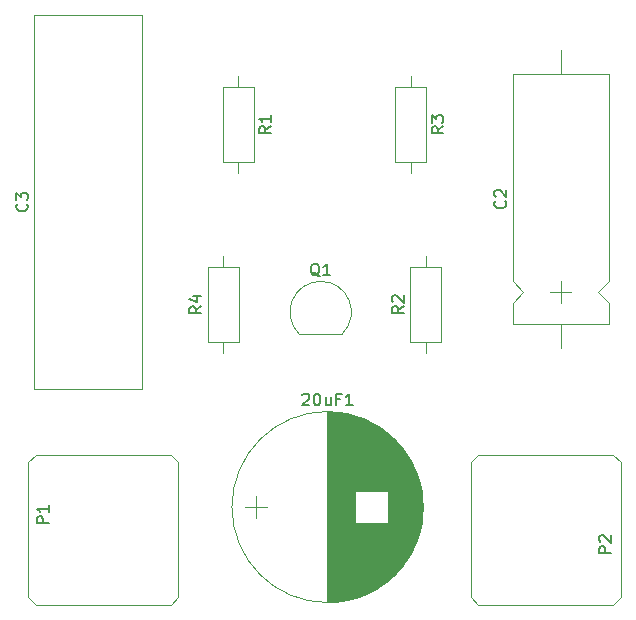
<source format=gbr>
G04 #@! TF.FileFunction,Legend,Top*
%FSLAX46Y46*%
G04 Gerber Fmt 4.6, Leading zero omitted, Abs format (unit mm)*
G04 Created by KiCad (PCBNEW 4.0.5) date 05/24/17 23:08:23*
%MOMM*%
%LPD*%
G01*
G04 APERTURE LIST*
%ADD10C,0.100000*%
%ADD11C,0.120000*%
%ADD12C,0.150000*%
G04 APERTURE END LIST*
D10*
D11*
X160695000Y-74260000D02*
X158075000Y-74260000D01*
X158075000Y-74260000D02*
X158075000Y-80680000D01*
X158075000Y-80680000D02*
X160695000Y-80680000D01*
X160695000Y-80680000D02*
X160695000Y-74260000D01*
X159385000Y-73370000D02*
X159385000Y-74260000D01*
X159385000Y-81570000D02*
X159385000Y-80680000D01*
X127520000Y-99850000D02*
X127520000Y-68230000D01*
X136640000Y-99850000D02*
X136640000Y-68230000D01*
X127520000Y-99850000D02*
X136640000Y-99850000D01*
X127520000Y-68230000D02*
X136640000Y-68230000D01*
X142200000Y-95920000D02*
X144820000Y-95920000D01*
X144820000Y-95920000D02*
X144820000Y-89500000D01*
X144820000Y-89500000D02*
X142200000Y-89500000D01*
X142200000Y-89500000D02*
X142200000Y-95920000D01*
X143510000Y-96810000D02*
X143510000Y-95920000D01*
X143510000Y-88610000D02*
X143510000Y-89500000D01*
X152340000Y-101804000D02*
X152340000Y-117906000D01*
X152380000Y-101805000D02*
X152380000Y-117905000D01*
X152420000Y-101805000D02*
X152420000Y-117905000D01*
X152460000Y-101805000D02*
X152460000Y-117905000D01*
X152500000Y-101806000D02*
X152500000Y-117904000D01*
X152540000Y-101807000D02*
X152540000Y-117903000D01*
X152580000Y-101808000D02*
X152580000Y-117902000D01*
X152620000Y-101809000D02*
X152620000Y-117901000D01*
X152660000Y-101811000D02*
X152660000Y-117899000D01*
X152700000Y-101813000D02*
X152700000Y-117897000D01*
X152740000Y-101814000D02*
X152740000Y-117896000D01*
X152780000Y-101816000D02*
X152780000Y-117894000D01*
X152820000Y-101819000D02*
X152820000Y-117891000D01*
X152860000Y-101821000D02*
X152860000Y-117889000D01*
X152900000Y-101824000D02*
X152900000Y-117886000D01*
X152940000Y-101827000D02*
X152940000Y-117883000D01*
X152980000Y-101830000D02*
X152980000Y-117880000D01*
X153020000Y-101833000D02*
X153020000Y-117877000D01*
X153061000Y-101837000D02*
X153061000Y-117873000D01*
X153101000Y-101840000D02*
X153101000Y-117870000D01*
X153141000Y-101844000D02*
X153141000Y-117866000D01*
X153181000Y-101848000D02*
X153181000Y-117862000D01*
X153221000Y-101853000D02*
X153221000Y-117857000D01*
X153261000Y-101857000D02*
X153261000Y-117853000D01*
X153301000Y-101862000D02*
X153301000Y-117848000D01*
X153341000Y-101867000D02*
X153341000Y-117843000D01*
X153381000Y-101872000D02*
X153381000Y-117838000D01*
X153421000Y-101877000D02*
X153421000Y-117833000D01*
X153461000Y-101882000D02*
X153461000Y-117828000D01*
X153501000Y-101888000D02*
X153501000Y-117822000D01*
X153541000Y-101894000D02*
X153541000Y-117816000D01*
X153581000Y-101900000D02*
X153581000Y-117810000D01*
X153621000Y-101906000D02*
X153621000Y-117804000D01*
X153661000Y-101913000D02*
X153661000Y-117797000D01*
X153701000Y-101920000D02*
X153701000Y-117790000D01*
X153741000Y-101927000D02*
X153741000Y-117783000D01*
X153781000Y-101934000D02*
X153781000Y-117776000D01*
X153821000Y-101941000D02*
X153821000Y-117769000D01*
X153861000Y-101949000D02*
X153861000Y-117761000D01*
X153901000Y-101956000D02*
X153901000Y-117754000D01*
X153941000Y-101964000D02*
X153941000Y-117746000D01*
X153981000Y-101972000D02*
X153981000Y-117738000D01*
X154021000Y-101981000D02*
X154021000Y-117729000D01*
X154061000Y-101989000D02*
X154061000Y-117721000D01*
X154101000Y-101998000D02*
X154101000Y-117712000D01*
X154141000Y-102007000D02*
X154141000Y-117703000D01*
X154181000Y-102017000D02*
X154181000Y-117693000D01*
X154221000Y-102026000D02*
X154221000Y-117684000D01*
X154261000Y-102036000D02*
X154261000Y-117674000D01*
X154301000Y-102046000D02*
X154301000Y-117664000D01*
X154341000Y-102056000D02*
X154341000Y-117654000D01*
X154381000Y-102066000D02*
X154381000Y-117644000D01*
X154421000Y-102076000D02*
X154421000Y-117634000D01*
X154461000Y-102087000D02*
X154461000Y-117623000D01*
X154501000Y-102098000D02*
X154501000Y-117612000D01*
X154541000Y-102109000D02*
X154541000Y-117601000D01*
X154581000Y-102121000D02*
X154581000Y-117589000D01*
X154621000Y-102132000D02*
X154621000Y-117578000D01*
X154661000Y-102144000D02*
X154661000Y-117566000D01*
X154701000Y-102156000D02*
X154701000Y-117554000D01*
X154741000Y-102169000D02*
X154741000Y-108475000D01*
X154741000Y-111235000D02*
X154741000Y-117541000D01*
X154781000Y-102181000D02*
X154781000Y-108475000D01*
X154781000Y-111235000D02*
X154781000Y-117529000D01*
X154821000Y-102194000D02*
X154821000Y-108475000D01*
X154821000Y-111235000D02*
X154821000Y-117516000D01*
X154861000Y-102207000D02*
X154861000Y-108475000D01*
X154861000Y-111235000D02*
X154861000Y-117503000D01*
X154901000Y-102220000D02*
X154901000Y-108475000D01*
X154901000Y-111235000D02*
X154901000Y-117490000D01*
X154941000Y-102234000D02*
X154941000Y-108475000D01*
X154941000Y-111235000D02*
X154941000Y-117476000D01*
X154981000Y-102247000D02*
X154981000Y-108475000D01*
X154981000Y-111235000D02*
X154981000Y-117463000D01*
X155021000Y-102261000D02*
X155021000Y-108475000D01*
X155021000Y-111235000D02*
X155021000Y-117449000D01*
X155061000Y-102275000D02*
X155061000Y-108475000D01*
X155061000Y-111235000D02*
X155061000Y-117435000D01*
X155101000Y-102290000D02*
X155101000Y-108475000D01*
X155101000Y-111235000D02*
X155101000Y-117420000D01*
X155141000Y-102305000D02*
X155141000Y-108475000D01*
X155141000Y-111235000D02*
X155141000Y-117405000D01*
X155181000Y-102319000D02*
X155181000Y-108475000D01*
X155181000Y-111235000D02*
X155181000Y-117391000D01*
X155221000Y-102334000D02*
X155221000Y-108475000D01*
X155221000Y-111235000D02*
X155221000Y-117376000D01*
X155261000Y-102350000D02*
X155261000Y-108475000D01*
X155261000Y-111235000D02*
X155261000Y-117360000D01*
X155301000Y-102365000D02*
X155301000Y-108475000D01*
X155301000Y-111235000D02*
X155301000Y-117345000D01*
X155341000Y-102381000D02*
X155341000Y-108475000D01*
X155341000Y-111235000D02*
X155341000Y-117329000D01*
X155381000Y-102397000D02*
X155381000Y-108475000D01*
X155381000Y-111235000D02*
X155381000Y-117313000D01*
X155421000Y-102414000D02*
X155421000Y-108475000D01*
X155421000Y-111235000D02*
X155421000Y-117296000D01*
X155461000Y-102430000D02*
X155461000Y-108475000D01*
X155461000Y-111235000D02*
X155461000Y-117280000D01*
X155501000Y-102447000D02*
X155501000Y-108475000D01*
X155501000Y-111235000D02*
X155501000Y-117263000D01*
X155541000Y-102464000D02*
X155541000Y-108475000D01*
X155541000Y-111235000D02*
X155541000Y-117246000D01*
X155581000Y-102482000D02*
X155581000Y-108475000D01*
X155581000Y-111235000D02*
X155581000Y-117228000D01*
X155621000Y-102499000D02*
X155621000Y-108475000D01*
X155621000Y-111235000D02*
X155621000Y-117211000D01*
X155661000Y-102517000D02*
X155661000Y-108475000D01*
X155661000Y-111235000D02*
X155661000Y-117193000D01*
X155701000Y-102535000D02*
X155701000Y-108475000D01*
X155701000Y-111235000D02*
X155701000Y-117175000D01*
X155741000Y-102554000D02*
X155741000Y-108475000D01*
X155741000Y-111235000D02*
X155741000Y-117156000D01*
X155781000Y-102572000D02*
X155781000Y-108475000D01*
X155781000Y-111235000D02*
X155781000Y-117138000D01*
X155821000Y-102591000D02*
X155821000Y-108475000D01*
X155821000Y-111235000D02*
X155821000Y-117119000D01*
X155861000Y-102610000D02*
X155861000Y-108475000D01*
X155861000Y-111235000D02*
X155861000Y-117100000D01*
X155901000Y-102630000D02*
X155901000Y-108475000D01*
X155901000Y-111235000D02*
X155901000Y-117080000D01*
X155941000Y-102650000D02*
X155941000Y-108475000D01*
X155941000Y-111235000D02*
X155941000Y-117060000D01*
X155981000Y-102670000D02*
X155981000Y-108475000D01*
X155981000Y-111235000D02*
X155981000Y-117040000D01*
X156021000Y-102690000D02*
X156021000Y-108475000D01*
X156021000Y-111235000D02*
X156021000Y-117020000D01*
X156061000Y-102711000D02*
X156061000Y-108475000D01*
X156061000Y-111235000D02*
X156061000Y-116999000D01*
X156101000Y-102731000D02*
X156101000Y-108475000D01*
X156101000Y-111235000D02*
X156101000Y-116979000D01*
X156141000Y-102753000D02*
X156141000Y-108475000D01*
X156141000Y-111235000D02*
X156141000Y-116957000D01*
X156181000Y-102774000D02*
X156181000Y-108475000D01*
X156181000Y-111235000D02*
X156181000Y-116936000D01*
X156221000Y-102796000D02*
X156221000Y-108475000D01*
X156221000Y-111235000D02*
X156221000Y-116914000D01*
X156261000Y-102818000D02*
X156261000Y-108475000D01*
X156261000Y-111235000D02*
X156261000Y-116892000D01*
X156301000Y-102840000D02*
X156301000Y-108475000D01*
X156301000Y-111235000D02*
X156301000Y-116870000D01*
X156341000Y-102863000D02*
X156341000Y-108475000D01*
X156341000Y-111235000D02*
X156341000Y-116847000D01*
X156381000Y-102885000D02*
X156381000Y-108475000D01*
X156381000Y-111235000D02*
X156381000Y-116825000D01*
X156421000Y-102909000D02*
X156421000Y-108475000D01*
X156421000Y-111235000D02*
X156421000Y-116801000D01*
X156461000Y-102932000D02*
X156461000Y-108475000D01*
X156461000Y-111235000D02*
X156461000Y-116778000D01*
X156501000Y-102956000D02*
X156501000Y-108475000D01*
X156501000Y-111235000D02*
X156501000Y-116754000D01*
X156541000Y-102980000D02*
X156541000Y-108475000D01*
X156541000Y-111235000D02*
X156541000Y-116730000D01*
X156581000Y-103005000D02*
X156581000Y-108475000D01*
X156581000Y-111235000D02*
X156581000Y-116705000D01*
X156621000Y-103029000D02*
X156621000Y-108475000D01*
X156621000Y-111235000D02*
X156621000Y-116681000D01*
X156661000Y-103054000D02*
X156661000Y-108475000D01*
X156661000Y-111235000D02*
X156661000Y-116656000D01*
X156701000Y-103080000D02*
X156701000Y-108475000D01*
X156701000Y-111235000D02*
X156701000Y-116630000D01*
X156741000Y-103106000D02*
X156741000Y-108475000D01*
X156741000Y-111235000D02*
X156741000Y-116604000D01*
X156781000Y-103132000D02*
X156781000Y-108475000D01*
X156781000Y-111235000D02*
X156781000Y-116578000D01*
X156821000Y-103158000D02*
X156821000Y-108475000D01*
X156821000Y-111235000D02*
X156821000Y-116552000D01*
X156861000Y-103185000D02*
X156861000Y-108475000D01*
X156861000Y-111235000D02*
X156861000Y-116525000D01*
X156901000Y-103212000D02*
X156901000Y-108475000D01*
X156901000Y-111235000D02*
X156901000Y-116498000D01*
X156941000Y-103240000D02*
X156941000Y-108475000D01*
X156941000Y-111235000D02*
X156941000Y-116470000D01*
X156981000Y-103267000D02*
X156981000Y-108475000D01*
X156981000Y-111235000D02*
X156981000Y-116443000D01*
X157021000Y-103296000D02*
X157021000Y-108475000D01*
X157021000Y-111235000D02*
X157021000Y-116414000D01*
X157061000Y-103324000D02*
X157061000Y-108475000D01*
X157061000Y-111235000D02*
X157061000Y-116386000D01*
X157101000Y-103353000D02*
X157101000Y-108475000D01*
X157101000Y-111235000D02*
X157101000Y-116357000D01*
X157141000Y-103382000D02*
X157141000Y-108475000D01*
X157141000Y-111235000D02*
X157141000Y-116328000D01*
X157181000Y-103412000D02*
X157181000Y-108475000D01*
X157181000Y-111235000D02*
X157181000Y-116298000D01*
X157221000Y-103442000D02*
X157221000Y-108475000D01*
X157221000Y-111235000D02*
X157221000Y-116268000D01*
X157261000Y-103473000D02*
X157261000Y-108475000D01*
X157261000Y-111235000D02*
X157261000Y-116237000D01*
X157301000Y-103503000D02*
X157301000Y-108475000D01*
X157301000Y-111235000D02*
X157301000Y-116207000D01*
X157341000Y-103535000D02*
X157341000Y-108475000D01*
X157341000Y-111235000D02*
X157341000Y-116175000D01*
X157381000Y-103566000D02*
X157381000Y-108475000D01*
X157381000Y-111235000D02*
X157381000Y-116144000D01*
X157421000Y-103598000D02*
X157421000Y-108475000D01*
X157421000Y-111235000D02*
X157421000Y-116112000D01*
X157461000Y-103631000D02*
X157461000Y-108475000D01*
X157461000Y-111235000D02*
X157461000Y-116079000D01*
X157501000Y-103664000D02*
X157501000Y-116046000D01*
X157541000Y-103697000D02*
X157541000Y-116013000D01*
X157581000Y-103731000D02*
X157581000Y-115979000D01*
X157621000Y-103765000D02*
X157621000Y-115945000D01*
X157661000Y-103800000D02*
X157661000Y-115910000D01*
X157701000Y-103835000D02*
X157701000Y-115875000D01*
X157741000Y-103871000D02*
X157741000Y-115839000D01*
X157781000Y-103907000D02*
X157781000Y-115803000D01*
X157821000Y-103943000D02*
X157821000Y-115767000D01*
X157861000Y-103980000D02*
X157861000Y-115730000D01*
X157901000Y-104018000D02*
X157901000Y-115692000D01*
X157941000Y-104056000D02*
X157941000Y-115654000D01*
X157981000Y-104095000D02*
X157981000Y-115615000D01*
X158021000Y-104134000D02*
X158021000Y-115576000D01*
X158061000Y-104174000D02*
X158061000Y-115536000D01*
X158101000Y-104214000D02*
X158101000Y-115496000D01*
X158141000Y-104255000D02*
X158141000Y-115455000D01*
X158181000Y-104296000D02*
X158181000Y-115414000D01*
X158221000Y-104338000D02*
X158221000Y-115372000D01*
X158261000Y-104381000D02*
X158261000Y-115329000D01*
X158301000Y-104424000D02*
X158301000Y-115286000D01*
X158341000Y-104468000D02*
X158341000Y-115242000D01*
X158381000Y-104512000D02*
X158381000Y-115198000D01*
X158421000Y-104558000D02*
X158421000Y-115152000D01*
X158461000Y-104604000D02*
X158461000Y-115106000D01*
X158501000Y-104650000D02*
X158501000Y-115060000D01*
X158541000Y-104698000D02*
X158541000Y-115012000D01*
X158581000Y-104746000D02*
X158581000Y-114964000D01*
X158621000Y-104795000D02*
X158621000Y-114915000D01*
X158661000Y-104844000D02*
X158661000Y-114866000D01*
X158701000Y-104895000D02*
X158701000Y-114815000D01*
X158741000Y-104946000D02*
X158741000Y-114764000D01*
X158781000Y-104998000D02*
X158781000Y-114712000D01*
X158821000Y-105051000D02*
X158821000Y-114659000D01*
X158861000Y-105105000D02*
X158861000Y-114605000D01*
X158901000Y-105160000D02*
X158901000Y-114550000D01*
X158941000Y-105216000D02*
X158941000Y-114494000D01*
X158981000Y-105273000D02*
X158981000Y-114437000D01*
X159021000Y-105331000D02*
X159021000Y-114379000D01*
X159061000Y-105390000D02*
X159061000Y-114320000D01*
X159101000Y-105450000D02*
X159101000Y-114260000D01*
X159141000Y-105512000D02*
X159141000Y-114198000D01*
X159181000Y-105574000D02*
X159181000Y-114136000D01*
X159221000Y-105638000D02*
X159221000Y-114072000D01*
X159261000Y-105704000D02*
X159261000Y-114006000D01*
X159301000Y-105771000D02*
X159301000Y-113939000D01*
X159341000Y-105839000D02*
X159341000Y-113871000D01*
X159381000Y-105909000D02*
X159381000Y-113801000D01*
X159421000Y-105980000D02*
X159421000Y-113730000D01*
X159461000Y-106053000D02*
X159461000Y-113657000D01*
X159501000Y-106129000D02*
X159501000Y-113581000D01*
X159541000Y-106206000D02*
X159541000Y-113504000D01*
X159581000Y-106285000D02*
X159581000Y-113425000D01*
X159621000Y-106366000D02*
X159621000Y-113344000D01*
X159661000Y-106450000D02*
X159661000Y-113260000D01*
X159701000Y-106536000D02*
X159701000Y-113174000D01*
X159741000Y-106625000D02*
X159741000Y-113085000D01*
X159781000Y-106717000D02*
X159781000Y-112993000D01*
X159821000Y-106813000D02*
X159821000Y-112897000D01*
X159861000Y-106912000D02*
X159861000Y-112798000D01*
X159901000Y-107014000D02*
X159901000Y-112696000D01*
X159941000Y-107122000D02*
X159941000Y-112588000D01*
X159981000Y-107234000D02*
X159981000Y-112476000D01*
X160021000Y-107352000D02*
X160021000Y-112358000D01*
X160061000Y-107476000D02*
X160061000Y-112234000D01*
X160101000Y-107607000D02*
X160101000Y-112103000D01*
X160141000Y-107748000D02*
X160141000Y-111962000D01*
X160181000Y-107899000D02*
X160181000Y-111811000D01*
X160221000Y-108063000D02*
X160221000Y-111647000D01*
X160261000Y-108245000D02*
X160261000Y-111465000D01*
X160301000Y-108450000D02*
X160301000Y-111260000D01*
X160341000Y-108691000D02*
X160341000Y-111019000D01*
X160381000Y-108996000D02*
X160381000Y-110714000D01*
X160421000Y-109492000D02*
X160421000Y-110218000D01*
X145390000Y-109855000D02*
X147190000Y-109855000D01*
X146290000Y-108955000D02*
X146290000Y-110755000D01*
X160430000Y-109855000D02*
G75*
G03X160430000Y-109855000I-8090000J0D01*
G01*
X172085000Y-92540000D02*
X172085000Y-90740000D01*
X171185000Y-91640000D02*
X172985000Y-91640000D01*
X168025000Y-94350000D02*
X176145000Y-94350000D01*
X168025000Y-73230000D02*
X176145000Y-73230000D01*
X168025000Y-94350000D02*
X168025000Y-92550000D01*
X168025000Y-92550000D02*
X168925000Y-91650000D01*
X168925000Y-91650000D02*
X168025000Y-90750000D01*
X168025000Y-90750000D02*
X168025000Y-73230000D01*
X176145000Y-94350000D02*
X176145000Y-92550000D01*
X176145000Y-92550000D02*
X175245000Y-91650000D01*
X175245000Y-91650000D02*
X176145000Y-90750000D01*
X176145000Y-90750000D02*
X176145000Y-73230000D01*
X172085000Y-96410000D02*
X172085000Y-94350000D01*
X172085000Y-71170000D02*
X172085000Y-73230000D01*
X127635000Y-105410000D02*
X139065000Y-105410000D01*
X139065000Y-105410000D02*
X139700000Y-106045000D01*
X139700000Y-106045000D02*
X139700000Y-117475000D01*
X139700000Y-117475000D02*
X139065000Y-118110000D01*
X139065000Y-118110000D02*
X127635000Y-118110000D01*
X127000000Y-117475000D02*
X127000000Y-106045000D01*
X127000000Y-106045000D02*
X127635000Y-105410000D01*
X127635000Y-118110000D02*
X127000000Y-117475000D01*
X176530000Y-118110000D02*
X165100000Y-118110000D01*
X165100000Y-118110000D02*
X164465000Y-117475000D01*
X164465000Y-117475000D02*
X164465000Y-106045000D01*
X164465000Y-106045000D02*
X165100000Y-105410000D01*
X165100000Y-105410000D02*
X176530000Y-105410000D01*
X177165000Y-106045000D02*
X177165000Y-117475000D01*
X177165000Y-117475000D02*
X176530000Y-118110000D01*
X176530000Y-105410000D02*
X177165000Y-106045000D01*
X149965000Y-95195000D02*
X153565000Y-95195000D01*
X149926522Y-95183478D02*
G75*
G02X151765000Y-90745000I1838478J1838478D01*
G01*
X153603478Y-95183478D02*
G75*
G03X151765000Y-90745000I-1838478J1838478D01*
G01*
X146090000Y-74260000D02*
X143470000Y-74260000D01*
X143470000Y-74260000D02*
X143470000Y-80680000D01*
X143470000Y-80680000D02*
X146090000Y-80680000D01*
X146090000Y-80680000D02*
X146090000Y-74260000D01*
X144780000Y-73370000D02*
X144780000Y-74260000D01*
X144780000Y-81570000D02*
X144780000Y-80680000D01*
X159345000Y-95920000D02*
X161965000Y-95920000D01*
X161965000Y-95920000D02*
X161965000Y-89500000D01*
X161965000Y-89500000D02*
X159345000Y-89500000D01*
X159345000Y-89500000D02*
X159345000Y-95920000D01*
X160655000Y-96810000D02*
X160655000Y-95920000D01*
X160655000Y-88610000D02*
X160655000Y-89500000D01*
D12*
X162147381Y-77636666D02*
X161671190Y-77970000D01*
X162147381Y-78208095D02*
X161147381Y-78208095D01*
X161147381Y-77827142D01*
X161195000Y-77731904D01*
X161242619Y-77684285D01*
X161337857Y-77636666D01*
X161480714Y-77636666D01*
X161575952Y-77684285D01*
X161623571Y-77731904D01*
X161671190Y-77827142D01*
X161671190Y-78208095D01*
X161147381Y-77303333D02*
X161147381Y-76684285D01*
X161528333Y-77017619D01*
X161528333Y-76874761D01*
X161575952Y-76779523D01*
X161623571Y-76731904D01*
X161718810Y-76684285D01*
X161956905Y-76684285D01*
X162052143Y-76731904D01*
X162099762Y-76779523D01*
X162147381Y-76874761D01*
X162147381Y-77160476D01*
X162099762Y-77255714D01*
X162052143Y-77303333D01*
X126877143Y-84206666D02*
X126924762Y-84254285D01*
X126972381Y-84397142D01*
X126972381Y-84492380D01*
X126924762Y-84635238D01*
X126829524Y-84730476D01*
X126734286Y-84778095D01*
X126543810Y-84825714D01*
X126400952Y-84825714D01*
X126210476Y-84778095D01*
X126115238Y-84730476D01*
X126020000Y-84635238D01*
X125972381Y-84492380D01*
X125972381Y-84397142D01*
X126020000Y-84254285D01*
X126067619Y-84206666D01*
X125972381Y-83873333D02*
X125972381Y-83254285D01*
X126353333Y-83587619D01*
X126353333Y-83444761D01*
X126400952Y-83349523D01*
X126448571Y-83301904D01*
X126543810Y-83254285D01*
X126781905Y-83254285D01*
X126877143Y-83301904D01*
X126924762Y-83349523D01*
X126972381Y-83444761D01*
X126972381Y-83730476D01*
X126924762Y-83825714D01*
X126877143Y-83873333D01*
X141652381Y-92876666D02*
X141176190Y-93210000D01*
X141652381Y-93448095D02*
X140652381Y-93448095D01*
X140652381Y-93067142D01*
X140700000Y-92971904D01*
X140747619Y-92924285D01*
X140842857Y-92876666D01*
X140985714Y-92876666D01*
X141080952Y-92924285D01*
X141128571Y-92971904D01*
X141176190Y-93067142D01*
X141176190Y-93448095D01*
X140985714Y-92019523D02*
X141652381Y-92019523D01*
X140604762Y-92257619D02*
X141319048Y-92495714D01*
X141319048Y-91876666D01*
X150220952Y-100342619D02*
X150268571Y-100295000D01*
X150363809Y-100247381D01*
X150601905Y-100247381D01*
X150697143Y-100295000D01*
X150744762Y-100342619D01*
X150792381Y-100437857D01*
X150792381Y-100533095D01*
X150744762Y-100675952D01*
X150173333Y-101247381D01*
X150792381Y-101247381D01*
X151411428Y-100247381D02*
X151506667Y-100247381D01*
X151601905Y-100295000D01*
X151649524Y-100342619D01*
X151697143Y-100437857D01*
X151744762Y-100628333D01*
X151744762Y-100866429D01*
X151697143Y-101056905D01*
X151649524Y-101152143D01*
X151601905Y-101199762D01*
X151506667Y-101247381D01*
X151411428Y-101247381D01*
X151316190Y-101199762D01*
X151268571Y-101152143D01*
X151220952Y-101056905D01*
X151173333Y-100866429D01*
X151173333Y-100628333D01*
X151220952Y-100437857D01*
X151268571Y-100342619D01*
X151316190Y-100295000D01*
X151411428Y-100247381D01*
X152601905Y-100580714D02*
X152601905Y-101247381D01*
X152173333Y-100580714D02*
X152173333Y-101104524D01*
X152220952Y-101199762D01*
X152316190Y-101247381D01*
X152459048Y-101247381D01*
X152554286Y-101199762D01*
X152601905Y-101152143D01*
X153411429Y-100723571D02*
X153078095Y-100723571D01*
X153078095Y-101247381D02*
X153078095Y-100247381D01*
X153554286Y-100247381D01*
X154459048Y-101247381D02*
X153887619Y-101247381D01*
X154173333Y-101247381D02*
X154173333Y-100247381D01*
X154078095Y-100390238D01*
X153982857Y-100485476D01*
X153887619Y-100533095D01*
X167382143Y-83956666D02*
X167429762Y-84004285D01*
X167477381Y-84147142D01*
X167477381Y-84242380D01*
X167429762Y-84385238D01*
X167334524Y-84480476D01*
X167239286Y-84528095D01*
X167048810Y-84575714D01*
X166905952Y-84575714D01*
X166715476Y-84528095D01*
X166620238Y-84480476D01*
X166525000Y-84385238D01*
X166477381Y-84242380D01*
X166477381Y-84147142D01*
X166525000Y-84004285D01*
X166572619Y-83956666D01*
X166572619Y-83575714D02*
X166525000Y-83528095D01*
X166477381Y-83432857D01*
X166477381Y-83194761D01*
X166525000Y-83099523D01*
X166572619Y-83051904D01*
X166667857Y-83004285D01*
X166763095Y-83004285D01*
X166905952Y-83051904D01*
X167477381Y-83623333D01*
X167477381Y-83004285D01*
X128722381Y-111228095D02*
X127722381Y-111228095D01*
X127722381Y-110847142D01*
X127770000Y-110751904D01*
X127817619Y-110704285D01*
X127912857Y-110656666D01*
X128055714Y-110656666D01*
X128150952Y-110704285D01*
X128198571Y-110751904D01*
X128246190Y-110847142D01*
X128246190Y-111228095D01*
X128722381Y-109704285D02*
X128722381Y-110275714D01*
X128722381Y-109990000D02*
X127722381Y-109990000D01*
X127865238Y-110085238D01*
X127960476Y-110180476D01*
X128008095Y-110275714D01*
X176347381Y-113768095D02*
X175347381Y-113768095D01*
X175347381Y-113387142D01*
X175395000Y-113291904D01*
X175442619Y-113244285D01*
X175537857Y-113196666D01*
X175680714Y-113196666D01*
X175775952Y-113244285D01*
X175823571Y-113291904D01*
X175871190Y-113387142D01*
X175871190Y-113768095D01*
X175442619Y-112815714D02*
X175395000Y-112768095D01*
X175347381Y-112672857D01*
X175347381Y-112434761D01*
X175395000Y-112339523D01*
X175442619Y-112291904D01*
X175537857Y-112244285D01*
X175633095Y-112244285D01*
X175775952Y-112291904D01*
X176347381Y-112863333D01*
X176347381Y-112244285D01*
X151669762Y-90332619D02*
X151574524Y-90285000D01*
X151479286Y-90189762D01*
X151336429Y-90046905D01*
X151241190Y-89999286D01*
X151145952Y-89999286D01*
X151193571Y-90237381D02*
X151098333Y-90189762D01*
X151003095Y-90094524D01*
X150955476Y-89904048D01*
X150955476Y-89570714D01*
X151003095Y-89380238D01*
X151098333Y-89285000D01*
X151193571Y-89237381D01*
X151384048Y-89237381D01*
X151479286Y-89285000D01*
X151574524Y-89380238D01*
X151622143Y-89570714D01*
X151622143Y-89904048D01*
X151574524Y-90094524D01*
X151479286Y-90189762D01*
X151384048Y-90237381D01*
X151193571Y-90237381D01*
X152574524Y-90237381D02*
X152003095Y-90237381D01*
X152288809Y-90237381D02*
X152288809Y-89237381D01*
X152193571Y-89380238D01*
X152098333Y-89475476D01*
X152003095Y-89523095D01*
X147542381Y-77636666D02*
X147066190Y-77970000D01*
X147542381Y-78208095D02*
X146542381Y-78208095D01*
X146542381Y-77827142D01*
X146590000Y-77731904D01*
X146637619Y-77684285D01*
X146732857Y-77636666D01*
X146875714Y-77636666D01*
X146970952Y-77684285D01*
X147018571Y-77731904D01*
X147066190Y-77827142D01*
X147066190Y-78208095D01*
X147542381Y-76684285D02*
X147542381Y-77255714D01*
X147542381Y-76970000D02*
X146542381Y-76970000D01*
X146685238Y-77065238D01*
X146780476Y-77160476D01*
X146828095Y-77255714D01*
X158797381Y-92876666D02*
X158321190Y-93210000D01*
X158797381Y-93448095D02*
X157797381Y-93448095D01*
X157797381Y-93067142D01*
X157845000Y-92971904D01*
X157892619Y-92924285D01*
X157987857Y-92876666D01*
X158130714Y-92876666D01*
X158225952Y-92924285D01*
X158273571Y-92971904D01*
X158321190Y-93067142D01*
X158321190Y-93448095D01*
X157892619Y-92495714D02*
X157845000Y-92448095D01*
X157797381Y-92352857D01*
X157797381Y-92114761D01*
X157845000Y-92019523D01*
X157892619Y-91971904D01*
X157987857Y-91924285D01*
X158083095Y-91924285D01*
X158225952Y-91971904D01*
X158797381Y-92543333D01*
X158797381Y-91924285D01*
M02*

</source>
